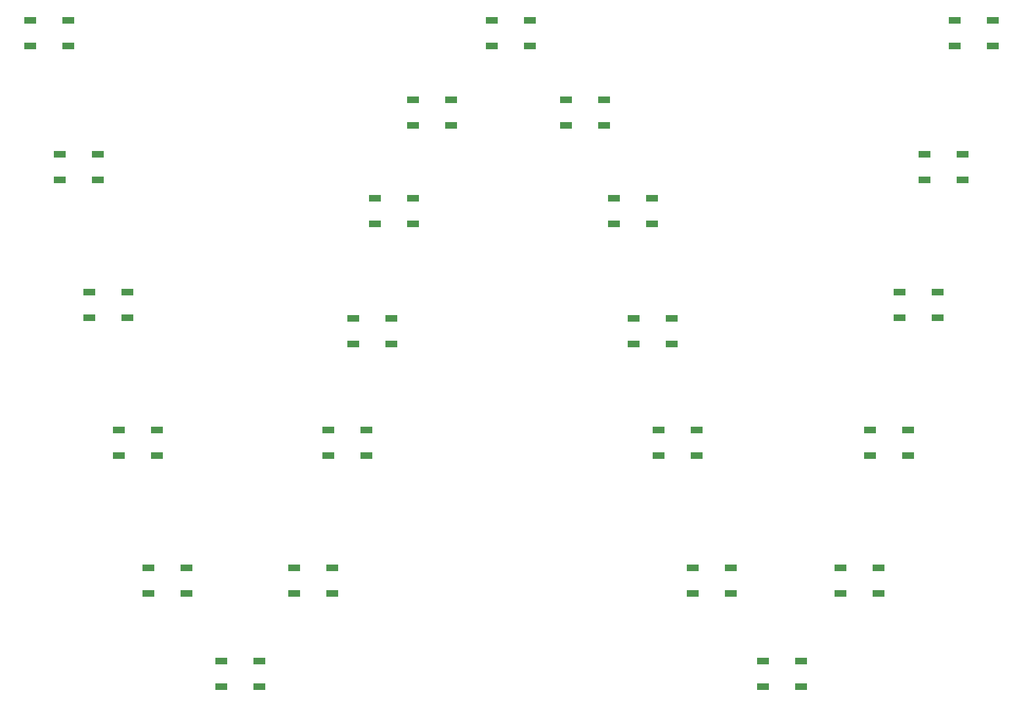
<source format=gbr>
%TF.GenerationSoftware,KiCad,Pcbnew,(7.0.0)*%
%TF.CreationDate,2023-11-18T20:53:13-06:00*%
%TF.ProjectId,LightLetter_W,4c696768-744c-4657-9474-65725f572e6b,rev?*%
%TF.SameCoordinates,PXda408f0PY8b5864b*%
%TF.FileFunction,Paste,Top*%
%TF.FilePolarity,Positive*%
%FSLAX46Y46*%
G04 Gerber Fmt 4.6, Leading zero omitted, Abs format (unit mm)*
G04 Created by KiCad (PCBNEW (7.0.0)) date 2023-11-18 20:53:13*
%MOMM*%
%LPD*%
G01*
G04 APERTURE LIST*
%ADD10R,1.500000X0.900000*%
G04 APERTURE END LIST*
D10*
%TO.C,D26*%
X-19213999Y91630122D03*
X-19213999Y88330122D03*
X-14313999Y88330122D03*
X-14313999Y91630122D03*
%TD*%
%TO.C,D25*%
X-23150999Y74358122D03*
X-23150999Y71058122D03*
X-18250999Y71058122D03*
X-18250999Y74358122D03*
%TD*%
%TO.C,D24*%
X-26325999Y56578122D03*
X-26325999Y53278122D03*
X-21425999Y53278122D03*
X-21425999Y56578122D03*
%TD*%
%TO.C,D23*%
X-30135999Y38798122D03*
X-30135999Y35498122D03*
X-25235999Y35498122D03*
X-25235999Y38798122D03*
%TD*%
%TO.C,D22*%
X-33945999Y21018122D03*
X-33945999Y17718122D03*
X-29045999Y17718122D03*
X-29045999Y21018122D03*
%TD*%
%TO.C,D21*%
X-43978999Y8953122D03*
X-43978999Y5653122D03*
X-39078999Y5653122D03*
X-39078999Y8953122D03*
%TD*%
%TO.C,D20*%
X-52995999Y21018122D03*
X-52995999Y17718122D03*
X-48095999Y17718122D03*
X-48095999Y21018122D03*
%TD*%
%TO.C,D19*%
X-57403999Y38799122D03*
X-57403999Y35499122D03*
X-52503999Y35499122D03*
X-52503999Y38799122D03*
%TD*%
%TO.C,D18*%
X-60615999Y53149122D03*
X-60615999Y49849122D03*
X-55715999Y49849122D03*
X-55715999Y53149122D03*
%TD*%
%TO.C,D17*%
X-63155999Y68643122D03*
X-63155999Y65343122D03*
X-58255999Y65343122D03*
X-58255999Y68643122D03*
%TD*%
%TO.C,D16*%
X-69378999Y81343122D03*
X-69378999Y78043122D03*
X-64478999Y78043122D03*
X-64478999Y81343122D03*
%TD*%
%TO.C,D15*%
X-78903999Y91630122D03*
X-78903999Y88330122D03*
X-74003999Y88330122D03*
X-74003999Y91630122D03*
%TD*%
%TO.C,D14*%
X-89063999Y81343122D03*
X-89063999Y78043122D03*
X-84163999Y78043122D03*
X-84163999Y81343122D03*
%TD*%
%TO.C,D13*%
X-94016999Y68643122D03*
X-94016999Y65343122D03*
X-89116999Y65343122D03*
X-89116999Y68643122D03*
%TD*%
%TO.C,D12*%
X-96810999Y53149122D03*
X-96810999Y49849122D03*
X-91910999Y49849122D03*
X-91910999Y53149122D03*
%TD*%
%TO.C,D11*%
X-99985999Y38798122D03*
X-99985999Y35498122D03*
X-95085999Y35498122D03*
X-95085999Y38798122D03*
%TD*%
%TO.C,D10*%
X-104430999Y21018122D03*
X-104430999Y17718122D03*
X-99530999Y17718122D03*
X-99530999Y21018122D03*
%TD*%
%TO.C,D9*%
X-113828999Y8953122D03*
X-113828999Y5653122D03*
X-108928999Y5653122D03*
X-108928999Y8953122D03*
%TD*%
%TO.C,D8*%
X-123226999Y21018122D03*
X-123226999Y17718122D03*
X-118326999Y17718122D03*
X-118326999Y21018122D03*
%TD*%
%TO.C,D7*%
X-127036999Y38798122D03*
X-127036999Y35498122D03*
X-122136999Y35498122D03*
X-122136999Y38798122D03*
%TD*%
%TO.C,D6*%
X-130846999Y56578122D03*
X-130846999Y53278122D03*
X-125946999Y53278122D03*
X-125946999Y56578122D03*
%TD*%
%TO.C,D5*%
X-134656999Y74358122D03*
X-134656999Y71058122D03*
X-129756999Y71058122D03*
X-129756999Y74358122D03*
%TD*%
%TO.C,D4*%
X-138466999Y91630122D03*
X-138466999Y88330122D03*
X-133566999Y88330122D03*
X-133566999Y91630122D03*
%TD*%
M02*

</source>
